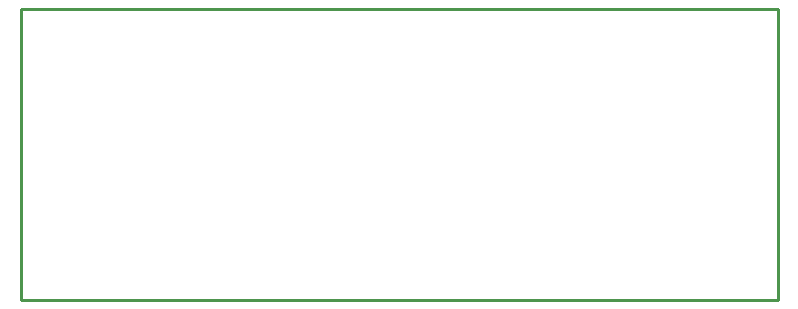
<source format=gko>
G04*
G04 #@! TF.GenerationSoftware,Altium Limited,Altium Designer,20.0.9 (164)*
G04*
G04 Layer_Color=16711935*
%FSLAX25Y25*%
%MOIN*%
G70*
G01*
G75*
%ADD10C,0.01000*%
D10*
Y97000D01*
Y0D02*
X252500D01*
Y97000D01*
X0D02*
X252500D01*
M02*

</source>
